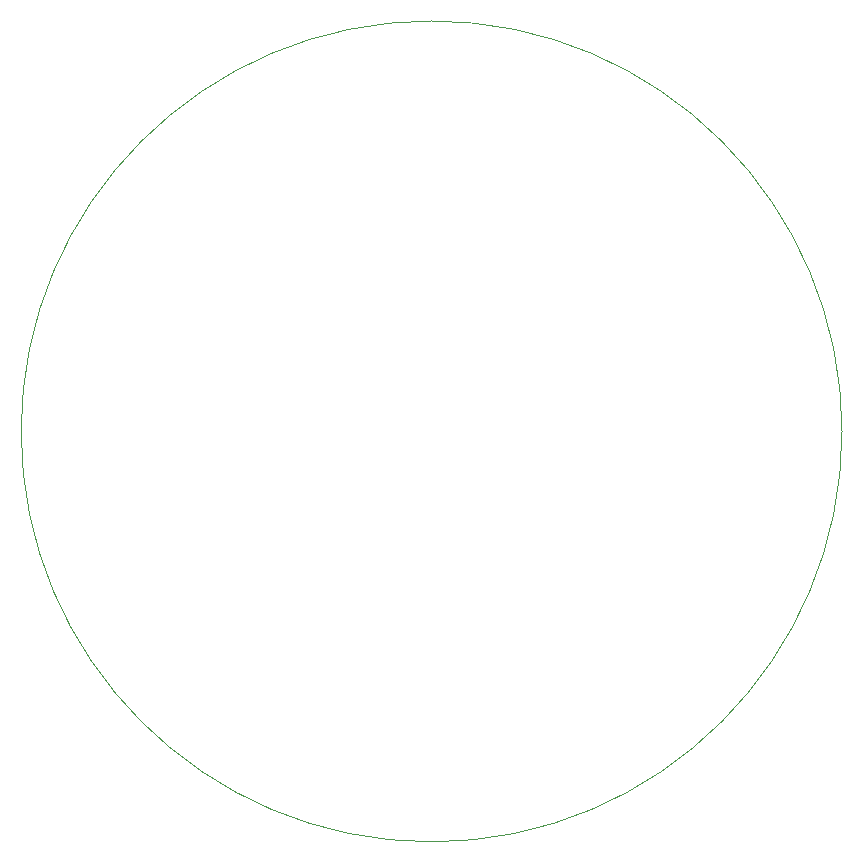
<source format=gm1>
G04*
G04 #@! TF.GenerationSoftware,Altium Limited,Altium Designer,23.0.1 (38)*
G04*
G04 Layer_Color=16711935*
%FSLAX43Y43*%
%MOMM*%
G71*
G04*
G04 #@! TF.SameCoordinates,849B8B9A-CF0B-4B68-86F2-F378DEA603F9*
G04*
G04*
G04 #@! TF.FilePolarity,Positive*
G04*
G01*
G75*
%ADD149C,0.100*%
D149*
X0Y-34750D02*
G03*
X34750Y0I0J34750D01*
G01*
D02*
G03*
X0Y34750I-34750J0D01*
G01*
D02*
G03*
X-34750Y0I0J-34750D01*
G01*
D02*
G03*
X0Y-34750I34750J0D01*
G01*
M02*

</source>
